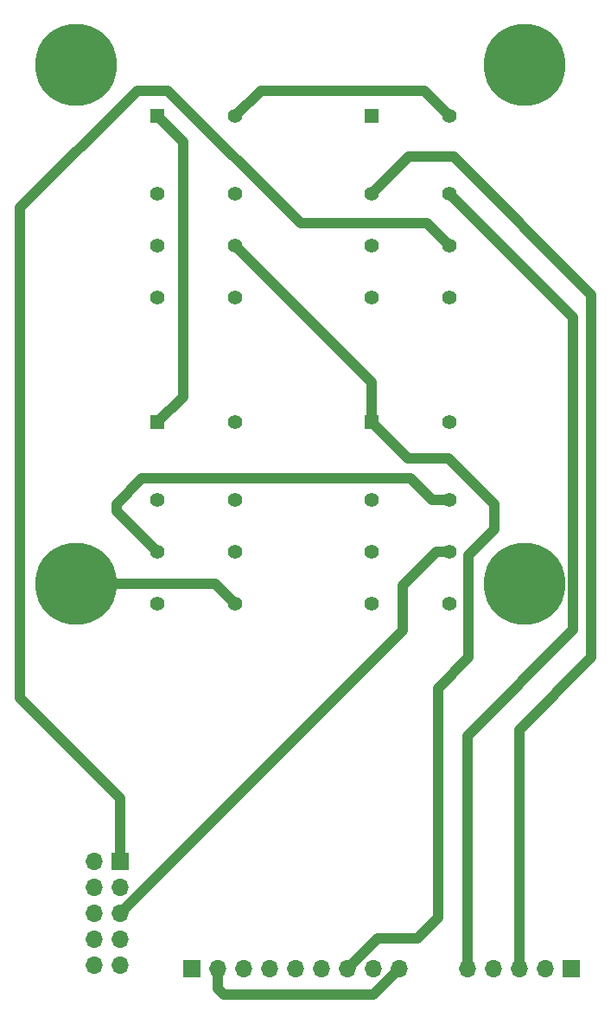
<source format=gbr>
%TF.GenerationSoftware,KiCad,Pcbnew,6.0.2+dfsg-1*%
%TF.CreationDate,2024-04-13T18:10:57-05:00*%
%TF.ProjectId,Mailbox,4d61696c-626f-4782-9e6b-696361645f70,rev?*%
%TF.SameCoordinates,Original*%
%TF.FileFunction,Copper,L2,Bot*%
%TF.FilePolarity,Positive*%
%FSLAX46Y46*%
G04 Gerber Fmt 4.6, Leading zero omitted, Abs format (unit mm)*
G04 Created by KiCad (PCBNEW 6.0.2+dfsg-1) date 2024-04-13 18:10:57*
%MOMM*%
%LPD*%
G01*
G04 APERTURE LIST*
%TA.AperFunction,ComponentPad*%
%ADD10C,8.000000*%
%TD*%
%TA.AperFunction,ComponentPad*%
%ADD11R,1.400000X1.400000*%
%TD*%
%TA.AperFunction,ComponentPad*%
%ADD12C,1.400000*%
%TD*%
%TA.AperFunction,ComponentPad*%
%ADD13O,1.700000X1.700000*%
%TD*%
%TA.AperFunction,ComponentPad*%
%ADD14R,1.700000X1.700000*%
%TD*%
%TA.AperFunction,Conductor*%
%ADD15C,1.000000*%
%TD*%
G04 APERTURE END LIST*
D10*
%TO.P,H2,1,1*%
%TO.N,GND*%
X98000000Y-48000000D03*
%TD*%
D11*
%TO.P,White_Green_Relay1,1*%
%TO.N,Net-(Control_Relay1-Pad13)*%
X127000000Y-53000000D03*
D12*
%TO.P,White_Green_Relay1,4*%
%TO.N,GreenLED*%
X127000000Y-60620000D03*
%TO.P,White_Green_Relay1,6*%
%TO.N,GreenSource*%
X127000000Y-65700000D03*
%TO.P,White_Green_Relay1,8*%
%TO.N,unconnected-(White_Green_Relay1-Pad8)*%
X127000000Y-70780000D03*
%TO.P,White_Green_Relay1,9*%
%TO.N,unconnected-(White_Green_Relay1-Pad9)*%
X134620000Y-70780000D03*
%TO.P,White_Green_Relay1,11*%
%TO.N,WhiteSource*%
X134620000Y-65700000D03*
%TO.P,White_Green_Relay1,13*%
%TO.N,WhiteLED*%
X134620000Y-60620000D03*
%TO.P,White_Green_Relay1,16*%
%TO.N,GND*%
X134620000Y-53000000D03*
%TD*%
D10*
%TO.P,H1,1,1*%
%TO.N,GND*%
X98000000Y-98800000D03*
%TD*%
%TO.P,H4,1,1*%
%TO.N,GND*%
X142000000Y-98800000D03*
%TD*%
D13*
%TO.P,J1,1a,Pin_1a*%
%TO.N,GND*%
X99787700Y-125950000D03*
D14*
%TO.P,J1,1b,Pin_1b*%
%TO.N,WhiteSource*%
X102327700Y-125950000D03*
D13*
%TO.P,J1,2a,Pin_2a*%
%TO.N,WhiteDMX*%
X99787700Y-128490000D03*
%TO.P,J1,2b,Pin_2b*%
%TO.N,WhiteSource*%
X102327700Y-128490000D03*
%TO.P,J1,3a,Pin_3a*%
%TO.N,BlueDMX*%
X99787700Y-131030000D03*
%TO.P,J1,3b,Pin_3b*%
%TO.N,BlueSource*%
X102327700Y-131030000D03*
%TO.P,J1,4a,Pin_4a*%
%TO.N,GreenDMX*%
X99787700Y-133570000D03*
%TO.P,J1,4b,Pin_4b*%
%TO.N,GreenSource*%
X102327700Y-133570000D03*
%TO.P,J1,5a,Pin_5a*%
%TO.N,RedDMX*%
X99787700Y-136110000D03*
%TO.P,J1,5b,Pin_5b*%
%TO.N,RedSource*%
X102327700Y-136110000D03*
%TD*%
D14*
%TO.P,J7,1,Pin_1*%
%TO.N,+24V*%
X146500000Y-136500000D03*
D13*
%TO.P,J7,2,Pin_2*%
%TO.N,RedLED*%
X143960000Y-136500000D03*
%TO.P,J7,3,Pin_3*%
%TO.N,GreenLED*%
X141420000Y-136500000D03*
%TO.P,J7,4,Pin_4*%
%TO.N,BlueLED*%
X138880000Y-136500000D03*
%TO.P,J7,5,Pin_5*%
%TO.N,WhiteLED*%
X136340000Y-136500000D03*
%TD*%
D11*
%TO.P,Red_Relay1,1*%
%TO.N,RedSwitch*%
X106000000Y-83000000D03*
D12*
%TO.P,Red_Relay1,4*%
%TO.N,BlueLED*%
X106000000Y-90620000D03*
%TO.P,Red_Relay1,6*%
%TO.N,Net-(Blue_Relay1-Pad13)*%
X106000000Y-95700000D03*
%TO.P,Red_Relay1,8*%
%TO.N,unconnected-(Red_Relay1-Pad8)*%
X106000000Y-100780000D03*
%TO.P,Red_Relay1,9*%
%TO.N,GND*%
X113620000Y-100780000D03*
%TO.P,Red_Relay1,11*%
%TO.N,RedSource*%
X113620000Y-95700000D03*
%TO.P,Red_Relay1,13*%
%TO.N,Net-(Blue_Relay1-Pad6)*%
X113620000Y-90620000D03*
%TO.P,Red_Relay1,16*%
%TO.N,GND*%
X113620000Y-83000000D03*
%TD*%
D11*
%TO.P,Control_Relay1,1*%
%TO.N,RedSwitch*%
X106000000Y-53000000D03*
D12*
%TO.P,Control_Relay1,4*%
%TO.N,unconnected-(Control_Relay1-Pad4)*%
X106000000Y-60620000D03*
%TO.P,Control_Relay1,6*%
%TO.N,unconnected-(Control_Relay1-Pad6)*%
X106000000Y-65700000D03*
%TO.P,Control_Relay1,8*%
%TO.N,unconnected-(Control_Relay1-Pad8)*%
X106000000Y-70780000D03*
%TO.P,Control_Relay1,9*%
%TO.N,+24V*%
X113620000Y-70780000D03*
%TO.P,Control_Relay1,11*%
%TO.N,BlueSwitch*%
X113620000Y-65700000D03*
%TO.P,Control_Relay1,13*%
%TO.N,Net-(Control_Relay1-Pad13)*%
X113620000Y-60620000D03*
%TO.P,Control_Relay1,16*%
%TO.N,GND*%
X113620000Y-53000000D03*
%TD*%
D10*
%TO.P,H3,1,1*%
%TO.N,GND*%
X142000000Y-48000000D03*
%TD*%
D11*
%TO.P,Blue_Relay1,1*%
%TO.N,BlueSwitch*%
X127000000Y-83000000D03*
D12*
%TO.P,Blue_Relay1,4*%
%TO.N,RedLED*%
X127000000Y-90620000D03*
%TO.P,Blue_Relay1,6*%
%TO.N,Net-(Blue_Relay1-Pad6)*%
X127000000Y-95700000D03*
%TO.P,Blue_Relay1,8*%
%TO.N,unconnected-(Blue_Relay1-Pad8)*%
X127000000Y-100780000D03*
%TO.P,Blue_Relay1,9*%
%TO.N,GND*%
X134620000Y-100780000D03*
%TO.P,Blue_Relay1,11*%
%TO.N,BlueSource*%
X134620000Y-95700000D03*
%TO.P,Blue_Relay1,13*%
%TO.N,Net-(Blue_Relay1-Pad13)*%
X134620000Y-90620000D03*
%TO.P,Blue_Relay1,16*%
%TO.N,GND*%
X134620000Y-83000000D03*
%TD*%
D14*
%TO.P,J6,1,Pin_1*%
%TO.N,GND*%
X109350000Y-136500000D03*
D13*
%TO.P,J6,2,Pin_2*%
%TO.N,+24V*%
X111890000Y-136500000D03*
%TO.P,J6,3,Pin_3*%
%TO.N,RedDMX*%
X114430000Y-136500000D03*
%TO.P,J6,4,Pin_4*%
%TO.N,GreenDMX*%
X116970000Y-136500000D03*
%TO.P,J6,5,Pin_5*%
%TO.N,BlueDMX*%
X119510000Y-136500000D03*
%TO.P,J6,6,Pin_6*%
%TO.N,WhiteDMX*%
X122050000Y-136500000D03*
%TO.P,J6,7,Pin_7*%
%TO.N,BlueSwitch*%
X124590000Y-136500000D03*
%TO.P,J6,8,Pin_8*%
%TO.N,RedSwitch*%
X127130000Y-136500000D03*
%TO.P,J6,9,Pin_9*%
%TO.N,+24V*%
X129670000Y-136500000D03*
%TD*%
D15*
%TO.N,GND*%
X113620000Y-53000000D02*
X116120000Y-50500000D01*
X113620000Y-100780000D02*
X111640000Y-98800000D01*
X111640000Y-98800000D02*
X98000000Y-98800000D01*
X132120000Y-50500000D02*
X134620000Y-53000000D01*
X116120000Y-50500000D02*
X132120000Y-50500000D01*
%TO.N,RedSwitch*%
X108500000Y-80500000D02*
X106000000Y-83000000D01*
X106000000Y-53000000D02*
X108500000Y-55500000D01*
X108500000Y-55500000D02*
X108500000Y-80500000D01*
%TO.N,WhiteLED*%
X134620000Y-60620000D02*
X146699511Y-72699511D01*
X146699511Y-103300489D02*
X136340000Y-113660000D01*
X136340000Y-113660000D02*
X136340000Y-136500000D01*
X146699511Y-72699511D02*
X146699511Y-103300489D01*
%TO.N,BlueSwitch*%
X139000000Y-93500000D02*
X139000000Y-91000000D01*
X136500000Y-96000000D02*
X139000000Y-93500000D01*
X136500000Y-106000000D02*
X136500000Y-96000000D01*
X133500000Y-131500000D02*
X133500000Y-109000000D01*
X127000000Y-79080000D02*
X113620000Y-65700000D01*
X139000000Y-91000000D02*
X134500000Y-86500000D01*
X124590000Y-136500000D02*
X127590000Y-133500000D01*
X133500000Y-109000000D02*
X136500000Y-106000000D01*
X131500000Y-133500000D02*
X133500000Y-131500000D01*
X130500000Y-86500000D02*
X127000000Y-83000000D01*
X134500000Y-86500000D02*
X130500000Y-86500000D01*
X127000000Y-83000000D02*
X127000000Y-79080000D01*
X127590000Y-133500000D02*
X131500000Y-133500000D01*
%TO.N,+24V*%
X129670000Y-136500000D02*
X127170000Y-139000000D01*
X127170000Y-139000000D02*
X112500000Y-139000000D01*
X112500000Y-139000000D02*
X111890000Y-138390000D01*
X111890000Y-138390000D02*
X111890000Y-136500000D01*
%TO.N,GreenLED*%
X127000000Y-60620000D02*
X130620000Y-57000000D01*
X130620000Y-57000000D02*
X135000000Y-57000000D01*
X141420000Y-113080000D02*
X141420000Y-136500000D01*
X148500000Y-106000000D02*
X141420000Y-113080000D01*
X148500000Y-70500000D02*
X148500000Y-106000000D01*
X135000000Y-57000000D02*
X148500000Y-70500000D01*
%TO.N,BlueSource*%
X134620000Y-95700000D02*
X133300000Y-95700000D01*
X130000000Y-103357700D02*
X102327700Y-131030000D01*
X130000000Y-99000000D02*
X130000000Y-103357700D01*
X133300000Y-95700000D02*
X130000000Y-99000000D01*
%TO.N,Net-(Blue_Relay1-Pad13)*%
X132923623Y-90620000D02*
X130803623Y-88500000D01*
X134620000Y-90620000D02*
X132923623Y-90620000D01*
X102000000Y-91700000D02*
X106000000Y-95700000D01*
X102000000Y-91000000D02*
X102000000Y-91700000D01*
X104500000Y-88500000D02*
X102000000Y-91000000D01*
X130803623Y-88500000D02*
X104500000Y-88500000D01*
%TO.N,WhiteSource*%
X102327700Y-119827700D02*
X102327700Y-125950000D01*
X92500000Y-110000000D02*
X102327700Y-119827700D01*
X134620000Y-65700000D02*
X132420000Y-63500000D01*
X107000000Y-50500000D02*
X104000000Y-50500000D01*
X92500000Y-62000000D02*
X92500000Y-110000000D01*
X120000000Y-63500000D02*
X107000000Y-50500000D01*
X104000000Y-50500000D02*
X92500000Y-62000000D01*
X132420000Y-63500000D02*
X120000000Y-63500000D01*
%TD*%
M02*

</source>
